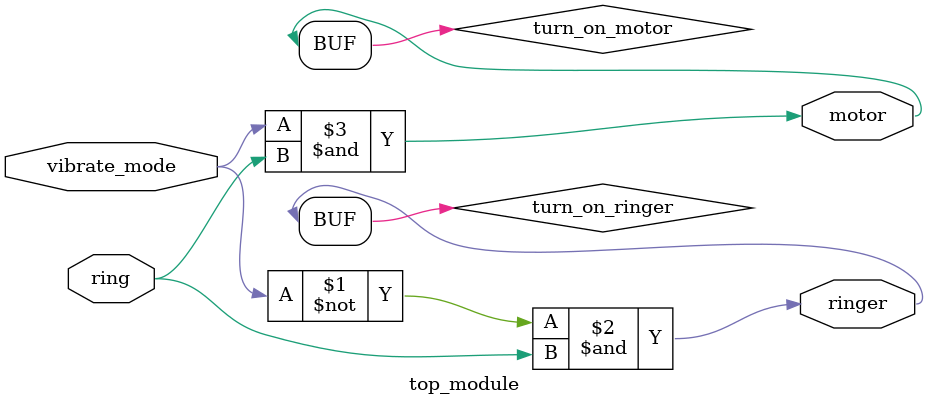
<source format=sv>
module top_module(
    input ring,
    input vibrate_mode,
    output ringer,
    output motor
);

// Declare internal signal wire
wire turn_on_ringer;
wire turn_on_motor;

// Logic to determine whether to turn on the ringer or the motor
assign turn_on_ringer = ~vibrate_mode & ring;
assign turn_on_motor = vibrate_mode & ring;

// Drive the output signals
assign ringer = turn_on_ringer;
assign motor = turn_on_motor;

endmodule

</source>
